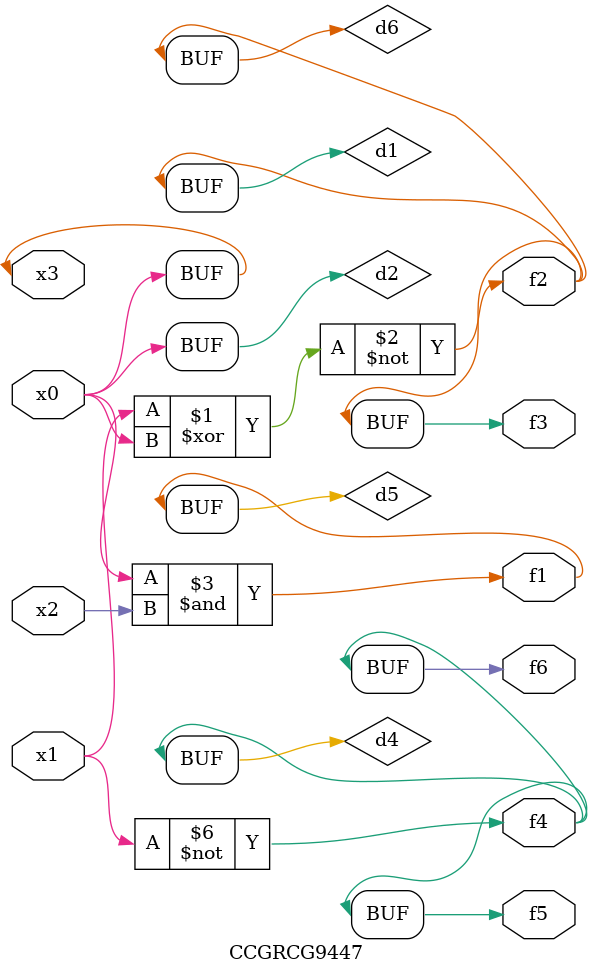
<source format=v>
module CCGRCG9447(
	input x0, x1, x2, x3,
	output f1, f2, f3, f4, f5, f6
);

	wire d1, d2, d3, d4, d5, d6;

	xnor (d1, x1, x3);
	buf (d2, x0, x3);
	nand (d3, x0, x2);
	not (d4, x1);
	nand (d5, d3);
	or (d6, d1);
	assign f1 = d5;
	assign f2 = d6;
	assign f3 = d6;
	assign f4 = d4;
	assign f5 = d4;
	assign f6 = d4;
endmodule

</source>
